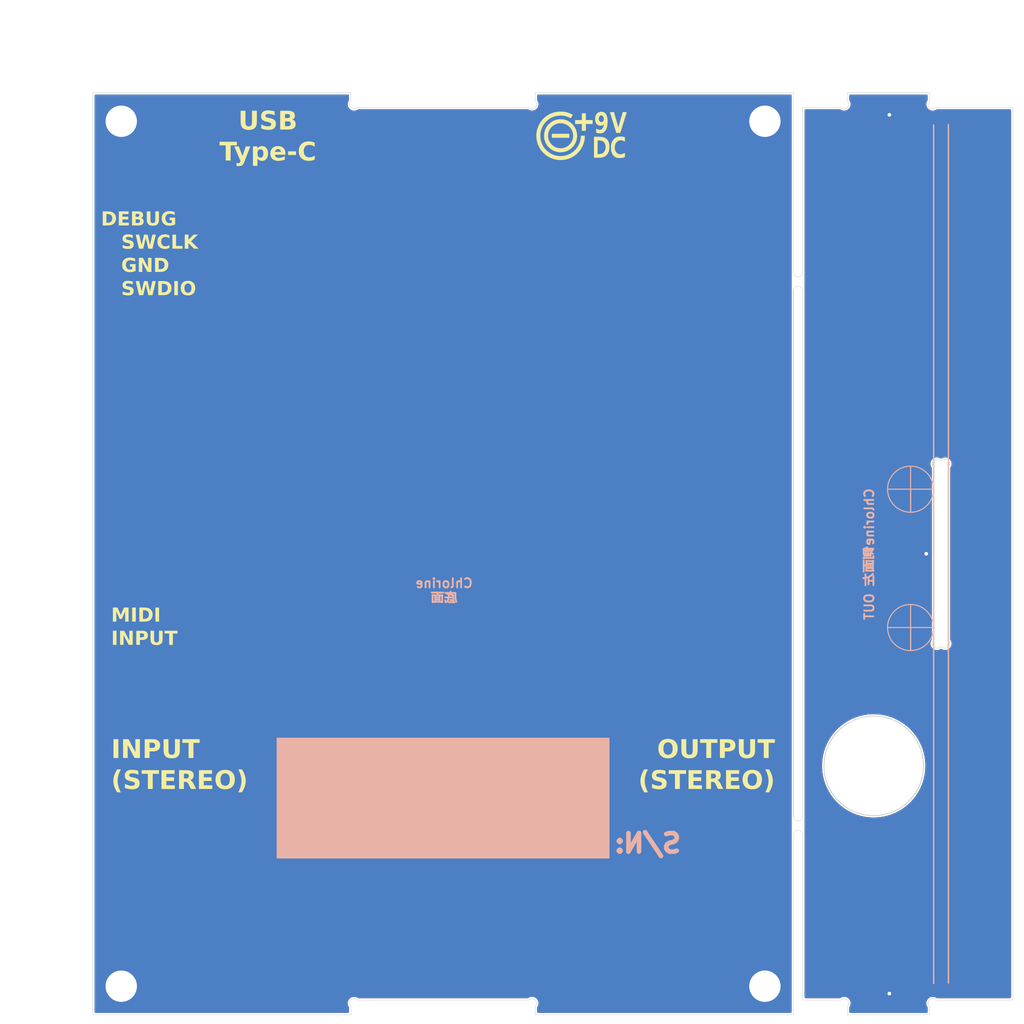
<source format=kicad_pcb>
(kicad_pcb (version 20241229) (generator "pcbnew") (generator_version "9.0")
  (layers (0 "F.Cu" signal) (2 "B.Cu" signal) (13 "F.Paste" user) (15 "B.Paste" user) (5 "F.SilkS" user "F.Silkscreen") (7 "B.SilkS" user "B.Silkscreen") (1 "F.Mask" user) (3 "B.Mask" user) (25 "Edge.Cuts" user))
  (net 0 "")
  (net 1 "GND")
  (footprint "myFoot:9VDC" (layer "F.Cu") (at 53 -95.3)
    (property "Reference" "G***" (hide yes))
    (property "Value" "LOGO" (hide yes))
  )
  (footprint "MountingHole:MountingHole_3.2mm_M3_Pad" (layer "B.Cu") (at 72.9 -96.9 180)
    (property "Reference" "-" (hide yes))
    (property "Value" "m" (hide yes))
    (pad "1" thru_hole circle (at 0 0 180) (size 5.4 5.4) (drill 3.4) (layers "*.Cu" "*.Mask") (net 1 "GND"))
  )
  (footprint "MountingHole:MountingHole_3.2mm_M3_Pad" (layer "B.Cu") (at 72.9 -3.1 180)
    (property "Reference" "-" (hide yes))
    (property "Value" "m" (hide yes))
    (pad "1" thru_hole circle (at 0 0 180) (size 5.4 5.4) (drill 3.4) (layers "*.Cu" "*.Mask") (net 1 "GND"))
  )
  (footprint "MountingHole:MountingHole_3.2mm_M3_Pad" (layer "B.Cu") (at 3.1 -3.1 180)
    (property "Reference" "-" (hide yes))
    (property "Value" "m" (hide yes))
    (pad "1" thru_hole circle (at 0 0 180) (size 5.4 5.4) (drill 3.4) (layers "*.Cu" "*.Mask") (net 1 "GND"))
  )
  (footprint "MountingHole:MountingHole_3.2mm_M3_Pad" (layer "B.Cu") (at 3.1 -96.9 180)
    (property "Reference" "-" (hide yes))
    (property "Value" "m" (hide yes))
    (pad "1" thru_hole circle (at 0 0 180) (size 5.4 5.4) (drill 3.4) (layers "*.Cu" "*.Mask") (net 1 "GND"))
  )
  (gr_line (start 88.7 -41.998012) (end 88.7 -44.498012) (stroke (width 0.12)) (layer "B.SilkS"))
  (gr_line (start 88.7 -39.498012) (end 88.7 -41.998012) (stroke (width 0.12)) (layer "B.SilkS"))
  (gr_line (start 88.7 -56.998012) (end 86.2 -56.998012) (stroke (width 0.12)) (layer "B.SilkS"))
  (gr_line (start 91.2 -56.998012) (end 88.7 -56.998012) (stroke (width 0.12)) (layer "B.SilkS"))
  (gr_line (start 88.7 -41.998012) (end 86.2 -41.998012) (stroke (width 0.12)) (layer "B.SilkS"))
  (gr_line (start 92.8 -3.448012) (end 92.8 -96.548012) (stroke (width 0.15)) (layer "B.SilkS"))
  (gr_circle (center 88.7 -56.998012) (end 86.2 -56.998012) (stroke (width 0.12)) (fill no) (layer "B.SilkS"))
  (gr_line (start 91.2 -3.398012) (end 91.2 -96.498012) (stroke (width 0.15)) (layer "B.SilkS"))
  (gr_circle (center 88.7 -41.998012) (end 86.2 -41.998012) (stroke (width 0.12)) (fill no) (layer "B.SilkS"))
  (gr_line (start 91.2 -41.998012) (end 88.7 -41.998012) (stroke (width 0.12)) (layer "B.SilkS"))
  (gr_line (start 88.7 -41.998012) (end 88.7 -39.498012) (stroke (width 0.12)) (layer "B.SilkS"))
  (gr_line (start 88.7 -56.998012) (end 88.7 -54.498012) (stroke (width 0.12)) (layer "B.SilkS"))
  (gr_line (start 88.7 -56.998012) (end 88.7 -59.498012) (stroke (width 0.12)) (layer "B.SilkS"))
  (gr_rect (start 20 -30) (end 56 -17) (stroke (width 0.1)) (fill yes) (layer "B.SilkS"))
  (gr_line (start 88.7 -54.498012) (end 88.7 -56.998012) (stroke (width 0.12)) (layer "B.SilkS"))
  (gr_line (start 81.85 -99.998012) (end 90.75 -99.998012) (stroke (width 0.05)) (layer "Edge.Cuts"))
  (gr_line (start 91.907106 -60.098012) (end 92.092894 -60.098012) (stroke (width 0.05)) (layer "Edge.Cuts"))
  (gr_line (start 90.75 0.001988) (end 90.75 -0.890906) (stroke (width 0.05)) (layer "Edge.Cuts"))
  (gr_line (start 0 -100) (end 0 -30) (stroke (width 0.05)) (layer "Edge.Cuts"))
  (gr_line (start 99.8 -1.598012) (end 91.457106 -1.598012) (stroke (width 0.05)) (layer "Edge.Cuts"))
  (gr_arc (start 76 -78.5) (mid 76.5 -79) (end 77 -78.5) (stroke (width 0.05)) (layer "Edge.Cuts"))
  (gr_line (start 77 -80.5) (end 77 -98.398012) (stroke (width 0.05)) (layer "Edge.Cuts"))
  (gr_arc (start 91.457106 -98.398012) (mid 90.75 -98.398012) (end 90.75 -99.105118) (stroke (width 0.05)) (layer "Edge.Cuts"))
  (gr_line (start 28 0) (end 0 0) (stroke (width 0.05)) (layer "Edge.Cuts"))
  (gr_arc (start 92.8 -40.605118) (mid 92.8 -39.898012) (end 92.092894 -39.898012) (stroke (width 0.05)) (layer "Edge.Cuts"))
  (gr_line (start 81.85 -99.998012) (end 81.85 -99.105118) (stroke (width 0.05)) (layer "Edge.Cuts"))
  (gr_arc (start 92.092894 -60.098012) (mid 92.8 -60.098012) (end 92.8 -59.390906) (stroke (width 0.05)) (layer "Edge.Cuts"))
  (gr_arc (start 48 -99.107106) (mid 48 -98.4) (end 47.292894 -98.4) (stroke (width 0.05)) (layer "Edge.Cuts"))
  (gr_line (start 91.2 -40.605118) (end 91.2 -59.390906) (stroke (width 0.05)) (layer "Edge.Cuts"))
  (gr_line (start 28 -100) (end 0 -100) (stroke (width 0.05)) (layer "Edge.Cuts"))
  (gr_line (start 77 -78.5) (end 77 -21.5) (stroke (width 0.05)) (layer "Edge.Cuts"))
  (gr_arc (start 91.907106 -39.898012) (mid 91.2 -39.898012) (end 91.2 -40.605118) (stroke (width 0.05)) (layer "Edge.Cuts"))
  (gr_line (start 99.8 -98.398012) (end 91.457106 -98.398012) (stroke (width 0.05)) (layer "Edge.Cuts"))
  (gr_line (start 28 -100) (end 28 -99.107106) (stroke (width 0.05)) (layer "Edge.Cuts"))
  (gr_arc (start 76 -19.5) (mid 76.5 -20) (end 77 -19.5) (stroke (width 0.05)) (layer "Edge.Cuts"))
  (gr_line (start 0 0) (end 0 -30) (stroke (width 0.05)) (layer "Edge.Cuts"))
  (gr_line (start 28.707106 -98.4) (end 47.292894 -98.4) (stroke (width 0.05)) (layer "Edge.Cuts"))
  (gr_arc (start 28 -0.892894) (mid 28 -1.6) (end 28.707106 -1.6) (stroke (width 0.05)) (layer "Edge.Cuts"))
  (gr_line (start 92.8 -40.605118) (end 92.8 -59.390906) (stroke (width 0.05)) (layer "Edge.Cuts"))
  (gr_arc (start 77 -21.5) (mid 76.5 -21) (end 76 -21.5) (stroke (width 0.05)) (layer "Edge.Cuts"))
  (gr_arc (start 77 -80.5) (mid 76.5 -80) (end 76 -80.5) (stroke (width 0.05)) (layer "Edge.Cuts"))
  (gr_line (start 90.75 0.001988) (end 81.85 0.001988) (stroke (width 0.05)) (layer "Edge.Cuts"))
  (gr_line (start 91.907106 -39.898012) (end 92.092894 -39.898012) (stroke (width 0.05)) (layer "Edge.Cuts"))
  (gr_line (start 81.85 0.001988) (end 81.85 -0.890906) (stroke (width 0.05)) (layer "Edge.Cuts"))
  (gr_line (start 76 -19.5) (end 76 0) (stroke (width 0.05)) (layer "Edge.Cuts"))
  (gr_line (start 48 0) (end 76 0) (stroke (width 0.05)) (layer "Edge.Cuts"))
  (gr_arc (start 90.75 -0.890906) (mid 90.75 -1.598012) (end 91.457106 -1.598012) (stroke (width 0.05)) (layer "Edge.Cuts"))
  (gr_line (start 77 -1.598012) (end 81.142894 -1.598012) (stroke (width 0.05)) (layer "Edge.Cuts"))
  (gr_line (start 28 0) (end 28 -0.892894) (stroke (width 0.05)) (layer "Edge.Cuts"))
  (gr_arc (start 47.292894 -1.6) (mid 48 -1.6) (end 48 -0.892894) (stroke (width 0.05)) (layer "Edge.Cuts"))
  (gr_line (start 76 -100) (end 48 -100) (stroke (width 0.05)) (layer "Edge.Cuts"))
  (gr_line (start 77 -1.598012) (end 77 -19.498012) (stroke (width 0.05)) (layer "Edge.Cuts"))
  (gr_line (start 76 -80.5) (end 76 -100) (stroke (width 0.05)) (layer "Edge.Cuts"))
  (gr_line (start 90.75 -99.998012) (end 90.75 -99.105118) (stroke (width 0.05)) (layer "Edge.Cuts"))
  (gr_arc (start 81.85 -99.105118) (mid 81.85 -98.398012) (end 81.142894 -98.398012) (stroke (width 0.05)) (layer "Edge.Cuts"))
  (gr_line (start 76 -78.5) (end 76 -21.5) (stroke (width 0.1)) (layer "Edge.Cuts"))
  (gr_line (start 77 -98.398012) (end 81.142894 -98.398012) (stroke (width 0.05)) (layer "Edge.Cuts"))
  (gr_line (start 48 0) (end 48 -0.892894) (stroke (width 0.05)) (layer "Edge.Cuts"))
  (gr_circle (center 84.7 -26.998012) (end 90.1 -26.998012) (stroke (width 0.1)) (fill no) (layer "Edge.Cuts"))
  (gr_line (start 99.8 -1.598012) (end 99.8 -98.398012) (stroke (width 0.05)) (layer "Edge.Cuts"))
  (gr_arc (start 91.2 -59.390906) (mid 91.2 -60.098012) (end 91.907106 -60.098012) (stroke (width 0.05)) (layer "Edge.Cuts"))
  (gr_line (start 48 -100) (end 48 -99.107106) (stroke (width 0.05)) (layer "Edge.Cuts"))
  (gr_arc (start 28.707106 -98.4) (mid 28 -98.4) (end 28 -99.107106) (stroke (width 0.05)) (layer "Edge.Cuts"))
  (gr_line (start 28.707106 -1.6) (end 47.292894 -1.6) (stroke (width 0.05)) (layer "Edge.Cuts"))
  (gr_arc (start 81.142894 -1.598012) (mid 81.85 -1.598012) (end 81.85 -0.890906) (stroke (width 0.05)) (layer "Edge.Cuts"))
  (gr_text "DEBUG\n   SWCLK\n   GND\n   SWDIO" (at 0.9 -87.1 0) (layer "F.SilkS") (effects (font (size 1.5 1.5) (thickness 0.2) (bold yes)) (justify left top)))
  (gr_text "INPUT\n(STEREO)" (at 2 -27 0) (layer "F.SilkS") (effects (font (size 2 2) (thickness 0.2) (bold yes)) (justify left)))
  (gr_text "USB\nType-C" (at 19 -98 0) (layer "F.SilkS") (effects (font (size 2 2) (thickness 0.2) (bold yes)) (justify top)))
  (gr_text "OUTPUT\n(STEREO)" (at 74 -27 0) (layer "F.SilkS") (effects (font (size 2 2) (thickness 0.2) (bold yes)) (justify right)))
  (gr_text "MIDI\nINPUT" (at 2 -42 0) (layer "F.SilkS") (effects (font (size 1.5 1.5) (thickness 0.2) (bold yes)) (justify left)))
  (gr_text "Chlorine側面左 OUT" (at 84.8 -57.198012 90) (layer "B.SilkS") (effects (font (size 1 1) (thickness 0.2) (bold yes)) (justify left bottom mirror)))
  (gr_text "Chlorine\n底面" (at 38.1 -46 0) (layer "B.SilkS") (effects (font (size 1 1) (thickness 0.2) (bold yes)) (justify mirror)))
  (gr_text "S/N:" (at 60.2 -18.6 0) (layer "B.SilkS") (effects (font (size 2 2) (thickness 0.5) (bold yes)) (justify mirror)))
  (via (at 90.4 -49.998012) (size 0.8) (drill 0.4) (layers "F.Cu" "B.Cu") (net 1))
  (via (at 86.4 -2.298012) (size 0.8) (drill 0.4) (layers "F.Cu" "B.Cu") (net 1))
  (via (at 86.4 -97.598012) (size 0.8) (drill 0.4) (layers "F.Cu" "B.Cu") (net 1))
  (zone (net 0) (net_name "") (layers "F.Cu" "B.Cu") (connect_pads yes (clearance 0)) (min_thickness 0.25)
    (keepout (tracks not_allowed) (vias not_allowed) (pads not_allowed) (copperpour not_allowed) (footprints allowed))
    (fill (thermal_gap 0.508) (thermal_bridge_width 0.508))
    (polygon (pts (xy 75.8 -81) (xy 77.2 -81) (xy 77.2 -78) (xy 75.8 -78)))
  )
  (zone (net 0) (net_name "") (layers "F.Cu" "B.Cu") (connect_pads yes (clearance 0)) (min_thickness 0.25)
    (keepout (tracks not_allowed) (vias not_allowed) (pads not_allowed) (copperpour not_allowed) (footprints allowed))
    (fill (thermal_gap 0.508) (thermal_bridge_width 0.508))
    (polygon (pts (xy 75.8 -22) (xy 77.2 -22) (xy 77.2 -19) (xy 75.8 -19)))
  )
  (zone (net 1) (net_name "GND") (layers "F.Cu" "B.Cu") (connect_pads yes (clearance 0.2)) (min_thickness 0.25) (fill yes (thermal_gap 0.508) (thermal_bridge_width 0.508) (island_removal_mode 1) (island_area_min 10))
    (polygon (pts (xy 101 1) (xy -1 1) (xy -1 -101) (xy 101 -101)))
  )
)
</source>
